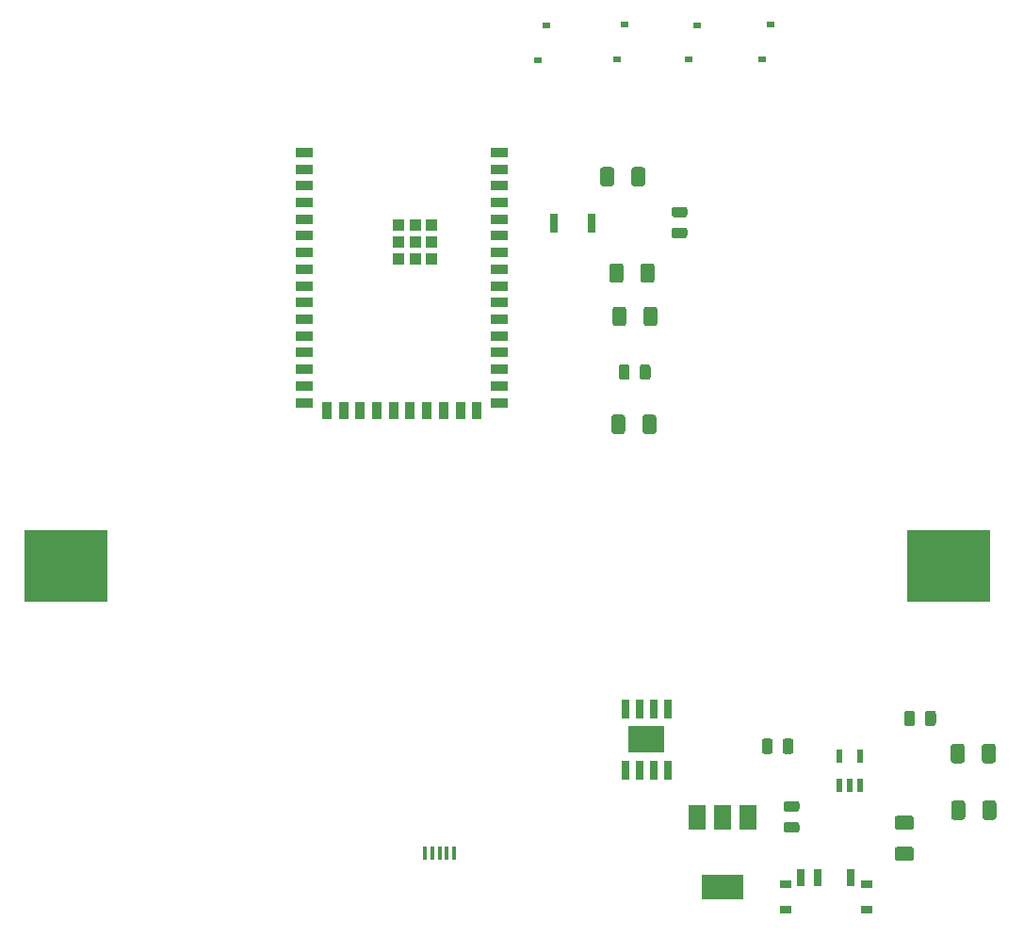
<source format=gbr>
%TF.GenerationSoftware,KiCad,Pcbnew,(5.1.10)-1*%
%TF.CreationDate,2021-11-08T11:40:21-08:00*%
%TF.ProjectId,ProspectBoards,50726f73-7065-4637-9442-6f617264732e,rev?*%
%TF.SameCoordinates,Original*%
%TF.FileFunction,Paste,Bot*%
%TF.FilePolarity,Positive*%
%FSLAX46Y46*%
G04 Gerber Fmt 4.6, Leading zero omitted, Abs format (unit mm)*
G04 Created by KiCad (PCBNEW (5.1.10)-1) date 2021-11-08 11:40:21*
%MOMM*%
%LPD*%
G01*
G04 APERTURE LIST*
%ADD10R,0.450000X1.300000*%
%ADD11R,7.460000X6.470000*%
%ADD12R,0.650000X1.750000*%
%ADD13R,3.300000X2.410000*%
%ADD14R,3.800000X2.200000*%
%ADD15R,1.500000X2.200000*%
%ADD16R,0.800000X1.700000*%
%ADD17R,0.700000X0.500000*%
%ADD18R,1.100000X1.100000*%
%ADD19R,1.500000X0.900000*%
%ADD20R,0.900000X1.500000*%
%ADD21R,0.600000X1.200000*%
%ADD22R,1.000000X0.800000*%
%ADD23R,0.700000X1.500000*%
G04 APERTURE END LIST*
D10*
%TO.C,J3*%
X114400000Y-140150000D03*
X115050000Y-140150000D03*
X115700000Y-140150000D03*
X116350000Y-140150000D03*
X117000000Y-140150000D03*
%TD*%
%TO.C,C4*%
G36*
G01*
X158425000Y-127618750D02*
X158425000Y-128531250D01*
G75*
G02*
X158181250Y-128775000I-243750J0D01*
G01*
X157693750Y-128775000D01*
G75*
G02*
X157450000Y-128531250I0J243750D01*
G01*
X157450000Y-127618750D01*
G75*
G02*
X157693750Y-127375000I243750J0D01*
G01*
X158181250Y-127375000D01*
G75*
G02*
X158425000Y-127618750I0J-243750D01*
G01*
G37*
G36*
G01*
X160300000Y-127618750D02*
X160300000Y-128531250D01*
G75*
G02*
X160056250Y-128775000I-243750J0D01*
G01*
X159568750Y-128775000D01*
G75*
G02*
X159325000Y-128531250I0J243750D01*
G01*
X159325000Y-127618750D01*
G75*
G02*
X159568750Y-127375000I243750J0D01*
G01*
X160056250Y-127375000D01*
G75*
G02*
X160300000Y-127618750I0J-243750D01*
G01*
G37*
%TD*%
D11*
%TO.C,BT1*%
X82105000Y-114375000D03*
X161445000Y-114375000D03*
%TD*%
D12*
%TO.C,U3*%
X136180000Y-127225000D03*
X134910000Y-127225000D03*
X133640000Y-127225000D03*
X132370000Y-127225000D03*
X132370000Y-132725000D03*
X133640000Y-132725000D03*
X134910000Y-132725000D03*
D13*
X134275000Y-129975000D03*
D12*
X136180000Y-132725000D03*
%TD*%
D14*
%TO.C,U4*%
X141100000Y-143250000D03*
D15*
X138800000Y-136950000D03*
X141100000Y-136950000D03*
X143400000Y-136950000D03*
%TD*%
D16*
%TO.C,SW_Reset1*%
X129375000Y-83525000D03*
X125975000Y-83525000D03*
%TD*%
%TO.C,C5*%
G36*
G01*
X136793750Y-83937500D02*
X137706250Y-83937500D01*
G75*
G02*
X137950000Y-84181250I0J-243750D01*
G01*
X137950000Y-84668750D01*
G75*
G02*
X137706250Y-84912500I-243750J0D01*
G01*
X136793750Y-84912500D01*
G75*
G02*
X136550000Y-84668750I0J243750D01*
G01*
X136550000Y-84181250D01*
G75*
G02*
X136793750Y-83937500I243750J0D01*
G01*
G37*
G36*
G01*
X136793750Y-82062500D02*
X137706250Y-82062500D01*
G75*
G02*
X137950000Y-82306250I0J-243750D01*
G01*
X137950000Y-82793750D01*
G75*
G02*
X137706250Y-83037500I-243750J0D01*
G01*
X136793750Y-83037500D01*
G75*
G02*
X136550000Y-82793750I0J243750D01*
G01*
X136550000Y-82306250D01*
G75*
G02*
X136793750Y-82062500I243750J0D01*
G01*
G37*
%TD*%
D17*
%TO.C,D4*%
X131600000Y-68775000D03*
X132350000Y-65675000D03*
%TD*%
D18*
%TO.C,U2*%
X114990000Y-83675000D03*
X114990000Y-85225000D03*
X114990000Y-86725000D03*
X113490000Y-86725000D03*
X111990000Y-86725000D03*
X111990000Y-85225000D03*
X111990000Y-83675000D03*
X113490000Y-83675000D03*
X113490000Y-85225000D03*
D19*
X103550000Y-77175000D03*
X103550000Y-78675000D03*
X103550000Y-80175000D03*
X103550000Y-81675000D03*
X103550000Y-83175000D03*
X103550000Y-84675000D03*
X103550000Y-86175000D03*
X103550000Y-87675000D03*
X103550000Y-89175000D03*
X103550000Y-90675000D03*
X103550000Y-92175000D03*
X103550000Y-93675000D03*
X103550000Y-95175000D03*
X103550000Y-96675000D03*
X103550000Y-98175000D03*
X103550000Y-99675000D03*
D20*
X105550000Y-100425000D03*
X107050000Y-100425000D03*
X108550000Y-100425000D03*
X110050000Y-100425000D03*
X111550000Y-100425000D03*
X113050000Y-100425000D03*
X114550000Y-100425000D03*
X116050000Y-100425000D03*
X117550000Y-100425000D03*
X119050000Y-100425000D03*
D19*
X121050000Y-77175000D03*
X121050000Y-78675000D03*
X121050000Y-80175000D03*
X121050000Y-81675000D03*
X121050000Y-83175000D03*
X121050000Y-84675000D03*
X121050000Y-86175000D03*
X121050000Y-87675000D03*
X121050000Y-89175000D03*
X121050000Y-90675000D03*
X121050000Y-92175000D03*
X121050000Y-93675000D03*
X121050000Y-95175000D03*
X121050000Y-96675000D03*
X121050000Y-98175000D03*
X121050000Y-99675000D03*
%TD*%
D21*
%TO.C,U1*%
X153500000Y-131500000D03*
X151600000Y-131500000D03*
X153500000Y-134100000D03*
X151600000Y-134100000D03*
X152550000Y-134100000D03*
%TD*%
D22*
%TO.C,SW6*%
X154075000Y-143020000D03*
X146775000Y-143020000D03*
X146775000Y-145230000D03*
X154075000Y-145230000D03*
D23*
X148175000Y-142370000D03*
X149675000Y-142370000D03*
X152675000Y-142370000D03*
%TD*%
%TO.C,R5*%
G36*
G01*
X133925000Y-102250000D02*
X133925000Y-101000000D01*
G75*
G02*
X134175000Y-100750000I250000J0D01*
G01*
X134925000Y-100750000D01*
G75*
G02*
X135175000Y-101000000I0J-250000D01*
G01*
X135175000Y-102250000D01*
G75*
G02*
X134925000Y-102500000I-250000J0D01*
G01*
X134175000Y-102500000D01*
G75*
G02*
X133925000Y-102250000I0J250000D01*
G01*
G37*
G36*
G01*
X131125000Y-102250000D02*
X131125000Y-101000000D01*
G75*
G02*
X131375000Y-100750000I250000J0D01*
G01*
X132125000Y-100750000D01*
G75*
G02*
X132375000Y-101000000I0J-250000D01*
G01*
X132375000Y-102250000D01*
G75*
G02*
X132125000Y-102500000I-250000J0D01*
G01*
X131375000Y-102500000D01*
G75*
G02*
X131125000Y-102250000I0J250000D01*
G01*
G37*
%TD*%
%TO.C,R4*%
G36*
G01*
X131375000Y-78750000D02*
X131375000Y-80000000D01*
G75*
G02*
X131125000Y-80250000I-250000J0D01*
G01*
X130375000Y-80250000D01*
G75*
G02*
X130125000Y-80000000I0J250000D01*
G01*
X130125000Y-78750000D01*
G75*
G02*
X130375000Y-78500000I250000J0D01*
G01*
X131125000Y-78500000D01*
G75*
G02*
X131375000Y-78750000I0J-250000D01*
G01*
G37*
G36*
G01*
X134175000Y-78750000D02*
X134175000Y-80000000D01*
G75*
G02*
X133925000Y-80250000I-250000J0D01*
G01*
X133175000Y-80250000D01*
G75*
G02*
X132925000Y-80000000I0J250000D01*
G01*
X132925000Y-78750000D01*
G75*
G02*
X133175000Y-78500000I250000J0D01*
G01*
X133925000Y-78500000D01*
G75*
G02*
X134175000Y-78750000I0J-250000D01*
G01*
G37*
%TD*%
%TO.C,R3*%
G36*
G01*
X162925000Y-135700000D02*
X162925000Y-136950000D01*
G75*
G02*
X162675000Y-137200000I-250000J0D01*
G01*
X161925000Y-137200000D01*
G75*
G02*
X161675000Y-136950000I0J250000D01*
G01*
X161675000Y-135700000D01*
G75*
G02*
X161925000Y-135450000I250000J0D01*
G01*
X162675000Y-135450000D01*
G75*
G02*
X162925000Y-135700000I0J-250000D01*
G01*
G37*
G36*
G01*
X165725000Y-135700000D02*
X165725000Y-136950000D01*
G75*
G02*
X165475000Y-137200000I-250000J0D01*
G01*
X164725000Y-137200000D01*
G75*
G02*
X164475000Y-136950000I0J250000D01*
G01*
X164475000Y-135700000D01*
G75*
G02*
X164725000Y-135450000I250000J0D01*
G01*
X165475000Y-135450000D01*
G75*
G02*
X165725000Y-135700000I0J-250000D01*
G01*
G37*
%TD*%
%TO.C,R2*%
G36*
G01*
X156825000Y-139625000D02*
X158075000Y-139625000D01*
G75*
G02*
X158325000Y-139875000I0J-250000D01*
G01*
X158325000Y-140625000D01*
G75*
G02*
X158075000Y-140875000I-250000J0D01*
G01*
X156825000Y-140875000D01*
G75*
G02*
X156575000Y-140625000I0J250000D01*
G01*
X156575000Y-139875000D01*
G75*
G02*
X156825000Y-139625000I250000J0D01*
G01*
G37*
G36*
G01*
X156825000Y-136825000D02*
X158075000Y-136825000D01*
G75*
G02*
X158325000Y-137075000I0J-250000D01*
G01*
X158325000Y-137825000D01*
G75*
G02*
X158075000Y-138075000I-250000J0D01*
G01*
X156825000Y-138075000D01*
G75*
G02*
X156575000Y-137825000I0J250000D01*
G01*
X156575000Y-137075000D01*
G75*
G02*
X156825000Y-136825000I250000J0D01*
G01*
G37*
%TD*%
%TO.C,R1*%
G36*
G01*
X132475000Y-91300000D02*
X132475000Y-92550000D01*
G75*
G02*
X132225000Y-92800000I-250000J0D01*
G01*
X131475000Y-92800000D01*
G75*
G02*
X131225000Y-92550000I0J250000D01*
G01*
X131225000Y-91300000D01*
G75*
G02*
X131475000Y-91050000I250000J0D01*
G01*
X132225000Y-91050000D01*
G75*
G02*
X132475000Y-91300000I0J-250000D01*
G01*
G37*
G36*
G01*
X135275000Y-91300000D02*
X135275000Y-92550000D01*
G75*
G02*
X135025000Y-92800000I-250000J0D01*
G01*
X134275000Y-92800000D01*
G75*
G02*
X134025000Y-92550000I0J250000D01*
G01*
X134025000Y-91300000D01*
G75*
G02*
X134275000Y-91050000I250000J0D01*
G01*
X135025000Y-91050000D01*
G75*
G02*
X135275000Y-91300000I0J-250000D01*
G01*
G37*
%TD*%
D17*
%TO.C,D6*%
X144675000Y-68775000D03*
X145425000Y-65675000D03*
%TD*%
%TO.C,D5*%
X138050000Y-68825000D03*
X138800000Y-65725000D03*
%TD*%
%TO.C,D3*%
X124525000Y-68875000D03*
X125275000Y-65775000D03*
%TD*%
%TO.C,D2*%
G36*
G01*
X162875000Y-130600000D02*
X162875000Y-131850000D01*
G75*
G02*
X162625000Y-132100000I-250000J0D01*
G01*
X161875000Y-132100000D01*
G75*
G02*
X161625000Y-131850000I0J250000D01*
G01*
X161625000Y-130600000D01*
G75*
G02*
X161875000Y-130350000I250000J0D01*
G01*
X162625000Y-130350000D01*
G75*
G02*
X162875000Y-130600000I0J-250000D01*
G01*
G37*
G36*
G01*
X165675000Y-130600000D02*
X165675000Y-131850000D01*
G75*
G02*
X165425000Y-132100000I-250000J0D01*
G01*
X164675000Y-132100000D01*
G75*
G02*
X164425000Y-131850000I0J250000D01*
G01*
X164425000Y-130600000D01*
G75*
G02*
X164675000Y-130350000I250000J0D01*
G01*
X165425000Y-130350000D01*
G75*
G02*
X165675000Y-130600000I0J-250000D01*
G01*
G37*
%TD*%
%TO.C,D1*%
G36*
G01*
X132200000Y-87400000D02*
X132200000Y-88650000D01*
G75*
G02*
X131950000Y-88900000I-250000J0D01*
G01*
X131200000Y-88900000D01*
G75*
G02*
X130950000Y-88650000I0J250000D01*
G01*
X130950000Y-87400000D01*
G75*
G02*
X131200000Y-87150000I250000J0D01*
G01*
X131950000Y-87150000D01*
G75*
G02*
X132200000Y-87400000I0J-250000D01*
G01*
G37*
G36*
G01*
X135000000Y-87400000D02*
X135000000Y-88650000D01*
G75*
G02*
X134750000Y-88900000I-250000J0D01*
G01*
X134000000Y-88900000D01*
G75*
G02*
X133750000Y-88650000I0J250000D01*
G01*
X133750000Y-87400000D01*
G75*
G02*
X134000000Y-87150000I250000J0D01*
G01*
X134750000Y-87150000D01*
G75*
G02*
X135000000Y-87400000I0J-250000D01*
G01*
G37*
%TD*%
%TO.C,C3*%
G36*
G01*
X147781250Y-136475000D02*
X146868750Y-136475000D01*
G75*
G02*
X146625000Y-136231250I0J243750D01*
G01*
X146625000Y-135743750D01*
G75*
G02*
X146868750Y-135500000I243750J0D01*
G01*
X147781250Y-135500000D01*
G75*
G02*
X148025000Y-135743750I0J-243750D01*
G01*
X148025000Y-136231250D01*
G75*
G02*
X147781250Y-136475000I-243750J0D01*
G01*
G37*
G36*
G01*
X147781250Y-138350000D02*
X146868750Y-138350000D01*
G75*
G02*
X146625000Y-138106250I0J243750D01*
G01*
X146625000Y-137618750D01*
G75*
G02*
X146868750Y-137375000I243750J0D01*
G01*
X147781250Y-137375000D01*
G75*
G02*
X148025000Y-137618750I0J-243750D01*
G01*
X148025000Y-138106250D01*
G75*
G02*
X147781250Y-138350000I-243750J0D01*
G01*
G37*
%TD*%
%TO.C,C2*%
G36*
G01*
X145625000Y-130118750D02*
X145625000Y-131031250D01*
G75*
G02*
X145381250Y-131275000I-243750J0D01*
G01*
X144893750Y-131275000D01*
G75*
G02*
X144650000Y-131031250I0J243750D01*
G01*
X144650000Y-130118750D01*
G75*
G02*
X144893750Y-129875000I243750J0D01*
G01*
X145381250Y-129875000D01*
G75*
G02*
X145625000Y-130118750I0J-243750D01*
G01*
G37*
G36*
G01*
X147500000Y-130118750D02*
X147500000Y-131031250D01*
G75*
G02*
X147256250Y-131275000I-243750J0D01*
G01*
X146768750Y-131275000D01*
G75*
G02*
X146525000Y-131031250I0J243750D01*
G01*
X146525000Y-130118750D01*
G75*
G02*
X146768750Y-129875000I243750J0D01*
G01*
X147256250Y-129875000D01*
G75*
G02*
X147500000Y-130118750I0J-243750D01*
G01*
G37*
%TD*%
%TO.C,C1*%
G36*
G01*
X132775000Y-96468750D02*
X132775000Y-97381250D01*
G75*
G02*
X132531250Y-97625000I-243750J0D01*
G01*
X132043750Y-97625000D01*
G75*
G02*
X131800000Y-97381250I0J243750D01*
G01*
X131800000Y-96468750D01*
G75*
G02*
X132043750Y-96225000I243750J0D01*
G01*
X132531250Y-96225000D01*
G75*
G02*
X132775000Y-96468750I0J-243750D01*
G01*
G37*
G36*
G01*
X134650000Y-96468750D02*
X134650000Y-97381250D01*
G75*
G02*
X134406250Y-97625000I-243750J0D01*
G01*
X133918750Y-97625000D01*
G75*
G02*
X133675000Y-97381250I0J243750D01*
G01*
X133675000Y-96468750D01*
G75*
G02*
X133918750Y-96225000I243750J0D01*
G01*
X134406250Y-96225000D01*
G75*
G02*
X134650000Y-96468750I0J-243750D01*
G01*
G37*
%TD*%
M02*

</source>
